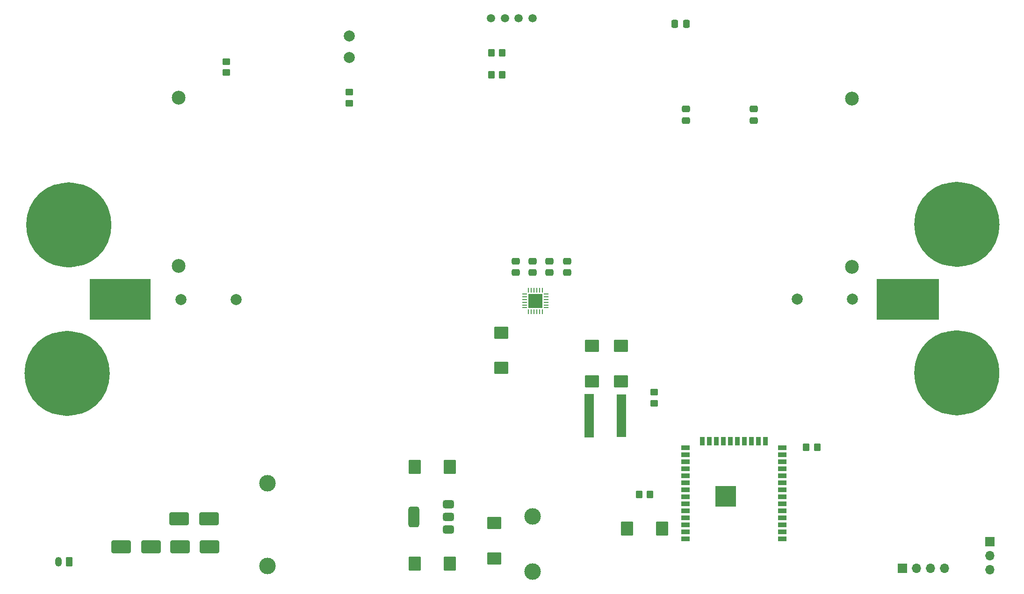
<source format=gbr>
G04 #@! TF.GenerationSoftware,KiCad,Pcbnew,8.0.1*
G04 #@! TF.CreationDate,2024-07-09T16:40:46+03:00*
G04 #@! TF.ProjectId,UA-1_v2,55412d31-5f76-4322-9e6b-696361645f70,rev?*
G04 #@! TF.SameCoordinates,Original*
G04 #@! TF.FileFunction,Soldermask,Bot*
G04 #@! TF.FilePolarity,Negative*
%FSLAX46Y46*%
G04 Gerber Fmt 4.6, Leading zero omitted, Abs format (unit mm)*
G04 Created by KiCad (PCBNEW 8.0.1) date 2024-07-09 16:40:46*
%MOMM*%
%LPD*%
G01*
G04 APERTURE LIST*
G04 Aperture macros list*
%AMRoundRect*
0 Rectangle with rounded corners*
0 $1 Rounding radius*
0 $2 $3 $4 $5 $6 $7 $8 $9 X,Y pos of 4 corners*
0 Add a 4 corners polygon primitive as box body*
4,1,4,$2,$3,$4,$5,$6,$7,$8,$9,$2,$3,0*
0 Add four circle primitives for the rounded corners*
1,1,$1+$1,$2,$3*
1,1,$1+$1,$4,$5*
1,1,$1+$1,$6,$7*
1,1,$1+$1,$8,$9*
0 Add four rect primitives between the rounded corners*
20,1,$1+$1,$2,$3,$4,$5,0*
20,1,$1+$1,$4,$5,$6,$7,0*
20,1,$1+$1,$6,$7,$8,$9,0*
20,1,$1+$1,$8,$9,$2,$3,0*%
G04 Aperture macros list end*
%ADD10C,7.740254*%
%ADD11C,0.100000*%
%ADD12R,1.700000X1.700000*%
%ADD13O,1.700000X1.700000*%
%ADD14C,3.000000*%
%ADD15C,1.500000*%
%ADD16C,2.000000*%
%ADD17RoundRect,0.250000X0.350000X0.625000X-0.350000X0.625000X-0.350000X-0.625000X0.350000X-0.625000X0*%
%ADD18O,1.200000X1.750000*%
%ADD19RoundRect,0.250000X0.450000X-0.350000X0.450000X0.350000X-0.450000X0.350000X-0.450000X-0.350000X0*%
%ADD20RoundRect,0.250000X-1.500000X-0.900000X1.500000X-0.900000X1.500000X0.900000X-1.500000X0.900000X0*%
%ADD21RoundRect,0.250000X-0.475000X0.337500X-0.475000X-0.337500X0.475000X-0.337500X0.475000X0.337500X0*%
%ADD22RoundRect,0.250000X0.875000X1.025000X-0.875000X1.025000X-0.875000X-1.025000X0.875000X-1.025000X0*%
%ADD23RoundRect,0.250000X0.350000X0.450000X-0.350000X0.450000X-0.350000X-0.450000X0.350000X-0.450000X0*%
%ADD24RoundRect,0.250000X0.475000X-0.337500X0.475000X0.337500X-0.475000X0.337500X-0.475000X-0.337500X0*%
%ADD25RoundRect,0.250000X1.025000X-0.875000X1.025000X0.875000X-1.025000X0.875000X-1.025000X-0.875000X0*%
%ADD26RoundRect,0.250000X-0.350000X-0.450000X0.350000X-0.450000X0.350000X0.450000X-0.350000X0.450000X0*%
%ADD27RoundRect,0.250000X1.500000X0.900000X-1.500000X0.900000X-1.500000X-0.900000X1.500000X-0.900000X0*%
%ADD28R,1.500000X0.900000*%
%ADD29R,0.900000X1.500000*%
%ADD30C,0.600000*%
%ADD31R,3.800000X3.800000*%
%ADD32RoundRect,0.375000X0.625000X0.375000X-0.625000X0.375000X-0.625000X-0.375000X0.625000X-0.375000X0*%
%ADD33RoundRect,0.500000X0.500000X1.400000X-0.500000X1.400000X-0.500000X-1.400000X0.500000X-1.400000X0*%
%ADD34RoundRect,0.062500X-0.350000X-0.062500X0.350000X-0.062500X0.350000X0.062500X-0.350000X0.062500X0*%
%ADD35RoundRect,0.062500X-0.062500X-0.350000X0.062500X-0.350000X0.062500X0.350000X-0.062500X0.350000X0*%
%ADD36R,2.600000X2.600000*%
%ADD37C,2.500000*%
%ADD38RoundRect,0.250000X0.337500X0.475000X-0.337500X0.475000X-0.337500X-0.475000X0.337500X-0.475000X0*%
%ADD39RoundRect,0.250000X-1.025000X0.875000X-1.025000X-0.875000X1.025000X-0.875000X1.025000X0.875000X0*%
%ADD40R,1.475000X0.450000*%
G04 APERTURE END LIST*
D10*
X235670127Y-77100000D02*
G75*
G02*
X227929873Y-77100000I-3870127J0D01*
G01*
X227929873Y-77100000D02*
G75*
G02*
X235670127Y-77100000I3870127J0D01*
G01*
D11*
X164350000Y-107800000D02*
X165950000Y-107800000D01*
X165950000Y-115600000D01*
X164350000Y-115600000D01*
X164350000Y-107800000D01*
G36*
X164350000Y-107800000D02*
G01*
X165950000Y-107800000D01*
X165950000Y-115600000D01*
X164350000Y-115600000D01*
X164350000Y-107800000D01*
G37*
D10*
X74860381Y-77200000D02*
G75*
G02*
X67120127Y-77200000I-3870127J0D01*
G01*
X67120127Y-77200000D02*
G75*
G02*
X74860381Y-77200000I3870127J0D01*
G01*
D11*
X74750000Y-87000000D02*
X85750000Y-87000000D01*
X85750000Y-94250000D01*
X74750000Y-94250000D01*
X74750000Y-87000000D01*
G36*
X74750000Y-87000000D02*
G01*
X85750000Y-87000000D01*
X85750000Y-94250000D01*
X74750000Y-94250000D01*
X74750000Y-87000000D01*
G37*
X170200000Y-107900000D02*
X171850000Y-107900000D01*
X171850000Y-115550000D01*
X170200000Y-115550000D01*
X170200000Y-107900000D01*
G36*
X170200000Y-107900000D02*
G01*
X171850000Y-107900000D01*
X171850000Y-115550000D01*
X170200000Y-115550000D01*
X170200000Y-107900000D01*
G37*
D10*
X74560381Y-104100000D02*
G75*
G02*
X66820127Y-104100000I-3870127J0D01*
G01*
X66820127Y-104100000D02*
G75*
G02*
X74560381Y-104100000I3870127J0D01*
G01*
D11*
X217250000Y-87000000D02*
X228500000Y-87000000D01*
X228500000Y-94250000D01*
X217250000Y-94250000D01*
X217250000Y-87000000D01*
G36*
X217250000Y-87000000D02*
G01*
X228500000Y-87000000D01*
X228500000Y-94250000D01*
X217250000Y-94250000D01*
X217250000Y-87000000D01*
G37*
D10*
X235660381Y-104000000D02*
G75*
G02*
X227920127Y-104000000I-3870127J0D01*
G01*
X227920127Y-104000000D02*
G75*
G02*
X235660381Y-104000000I3870127J0D01*
G01*
D12*
X237800000Y-134575000D03*
D13*
X237800000Y-137115000D03*
X237800000Y-139655000D03*
D14*
X107000000Y-139000000D03*
X107000000Y-124000000D03*
X155000000Y-130000000D03*
X155000000Y-140000000D03*
D15*
X147450000Y-39750000D03*
X149950000Y-39750000D03*
X152450000Y-39750000D03*
X154950000Y-39750000D03*
D16*
X121800000Y-42950000D03*
X121800000Y-46900000D03*
D17*
X71100000Y-138250000D03*
D18*
X69100000Y-138250000D03*
D12*
X221980000Y-139400000D03*
D13*
X224520000Y-139400000D03*
X227060000Y-139400000D03*
X229600000Y-139400000D03*
D19*
X177000000Y-109500000D03*
X177000000Y-107500000D03*
D20*
X80500000Y-135500000D03*
X85900000Y-135500000D03*
D21*
X182750000Y-56212500D03*
X182750000Y-58287500D03*
D16*
X212850000Y-90650000D03*
X202850000Y-90650000D03*
D22*
X178450000Y-132250000D03*
X172050000Y-132250000D03*
D23*
X149500000Y-46000000D03*
X147500000Y-46000000D03*
D24*
X158000000Y-85837500D03*
X158000000Y-83762500D03*
D25*
X171000000Y-105500000D03*
X171000000Y-99100000D03*
D26*
X174250000Y-126000000D03*
X176250000Y-126000000D03*
D24*
X155000000Y-85837500D03*
X155000000Y-83762500D03*
D27*
X96400000Y-130400000D03*
X91000000Y-130400000D03*
D25*
X148000000Y-137600000D03*
X148000000Y-131200000D03*
D28*
X182650000Y-134105000D03*
X182650000Y-132835000D03*
X182650000Y-131565000D03*
X182650000Y-130295000D03*
X182650000Y-129025000D03*
X182650000Y-127755000D03*
X182650000Y-126485000D03*
X182650000Y-125215000D03*
X182650000Y-123945000D03*
X182650000Y-122675000D03*
X182650000Y-121405000D03*
X182650000Y-120135000D03*
X182650000Y-118865000D03*
X182650000Y-117595000D03*
D29*
X185690000Y-116345000D03*
X186960000Y-116345000D03*
X188230000Y-116345000D03*
X189500000Y-116345000D03*
X190770000Y-116345000D03*
X192040000Y-116345000D03*
X193310000Y-116345000D03*
X194580000Y-116345000D03*
X195850000Y-116345000D03*
X197120000Y-116345000D03*
D28*
X200150000Y-117595000D03*
X200150000Y-118865000D03*
X200150000Y-120135000D03*
X200150000Y-121405000D03*
X200150000Y-122675000D03*
X200150000Y-123945000D03*
X200150000Y-125215000D03*
X200150000Y-126485000D03*
X200150000Y-127755000D03*
X200150000Y-129025000D03*
X200150000Y-130295000D03*
X200150000Y-131565000D03*
X200150000Y-132835000D03*
X200150000Y-134105000D03*
D30*
X188500000Y-125685000D03*
X188500000Y-127085000D03*
X189200000Y-124985000D03*
X189200000Y-126385000D03*
X189200000Y-127785000D03*
X189875000Y-125685000D03*
X189875000Y-127085000D03*
D31*
X189900000Y-126385000D03*
D30*
X190600000Y-124985000D03*
X190600000Y-126385000D03*
X190600000Y-127785000D03*
X191300000Y-125685000D03*
X191300000Y-127085000D03*
D20*
X91100000Y-135500000D03*
X96500000Y-135500000D03*
D32*
X139750000Y-127800000D03*
X139750000Y-130100000D03*
D33*
X133450000Y-130100000D03*
D32*
X139750000Y-132400000D03*
D34*
X153562500Y-92200000D03*
X153562500Y-91700000D03*
X153562500Y-91200000D03*
X153562500Y-90700000D03*
X153562500Y-90200000D03*
X153562500Y-89700000D03*
D35*
X154250000Y-89012500D03*
X154750000Y-89012500D03*
X155250000Y-89012500D03*
X155750000Y-89012500D03*
X156250000Y-89012500D03*
X156750000Y-89012500D03*
D34*
X157437500Y-89700000D03*
X157437500Y-90200000D03*
X157437500Y-90700000D03*
X157437500Y-91200000D03*
X157437500Y-91700000D03*
X157437500Y-92200000D03*
D35*
X156750000Y-92887500D03*
X156250000Y-92887500D03*
X155750000Y-92887500D03*
X155250000Y-92887500D03*
X154750000Y-92887500D03*
X154250000Y-92887500D03*
D36*
X155500000Y-90950000D03*
D19*
X121800000Y-55150000D03*
X121800000Y-53150000D03*
D37*
X90850000Y-84595000D03*
X90850000Y-54115000D03*
D22*
X140000000Y-138600000D03*
X133600000Y-138600000D03*
D19*
X99500000Y-49600000D03*
X99500000Y-47600000D03*
D38*
X182787500Y-40750000D03*
X180712500Y-40750000D03*
D25*
X165700000Y-105500000D03*
X165700000Y-99100000D03*
D37*
X212800000Y-84795000D03*
X212800000Y-54315000D03*
D39*
X149300000Y-96700000D03*
X149300000Y-103100000D03*
D24*
X161200000Y-85837500D03*
X161200000Y-83762500D03*
D26*
X204500000Y-117500000D03*
X206500000Y-117500000D03*
D40*
X171038000Y-108125000D03*
X171038000Y-108775000D03*
X171038000Y-109425000D03*
X171038000Y-110075000D03*
X171038000Y-110725000D03*
X171038000Y-111375000D03*
X171038000Y-112025000D03*
X171038000Y-112675000D03*
X171038000Y-113325000D03*
X171038000Y-113975000D03*
X171038000Y-114625000D03*
X171038000Y-115275000D03*
X165162000Y-115275000D03*
X165162000Y-114625000D03*
X165162000Y-113975000D03*
X165162000Y-113325000D03*
X165162000Y-112675000D03*
X165162000Y-112025000D03*
X165162000Y-111375000D03*
X165162000Y-110725000D03*
X165162000Y-110075000D03*
X165162000Y-109425000D03*
X165162000Y-108775000D03*
X165162000Y-108125000D03*
D21*
X195000000Y-56212500D03*
X195000000Y-58287500D03*
D24*
X151900000Y-85837500D03*
X151900000Y-83762500D03*
D16*
X101300000Y-90750000D03*
X91300000Y-90750000D03*
D26*
X147500000Y-50000000D03*
X149500000Y-50000000D03*
D22*
X140000000Y-121000000D03*
X133600000Y-121000000D03*
M02*

</source>
